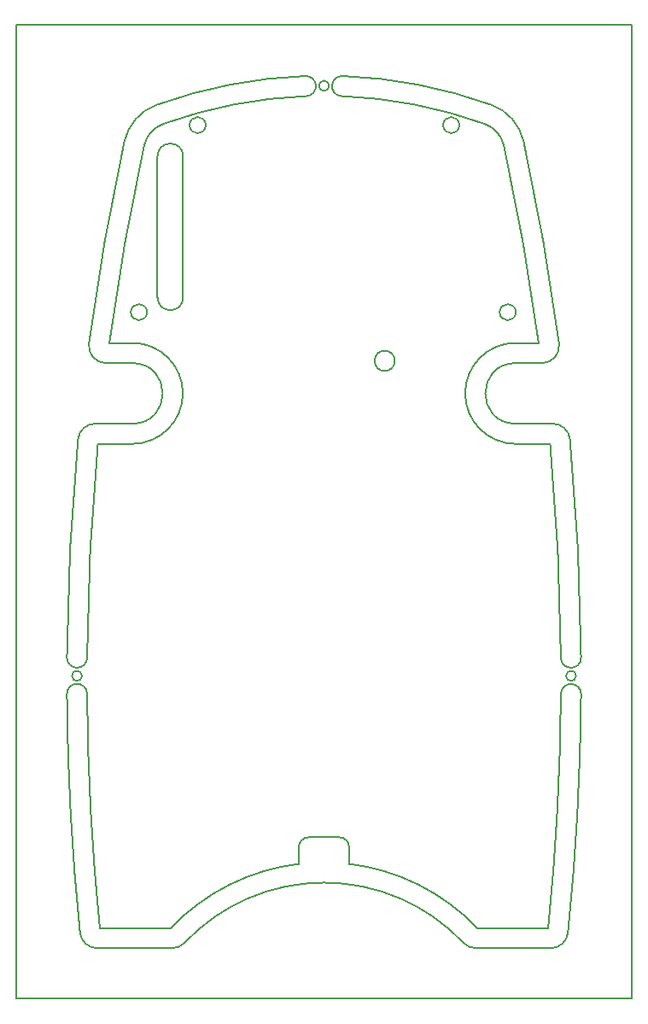
<source format=gbr>
%TF.GenerationSoftware,KiCad,Pcbnew,(5.0.1)-4*%
%TF.CreationDate,2019-03-28T09:30:10+01:00*%
%TF.ProjectId,Funk-Schaltsteckdose,46756E6B2D536368616C74737465636B,rev?*%
%TF.SameCoordinates,Original*%
%TF.FileFunction,Paste,Top*%
%TF.FilePolarity,Positive*%
%FSLAX46Y46*%
G04 Gerber Fmt 4.6, Leading zero omitted, Abs format (unit mm)*
G04 Created by KiCad (PCBNEW (5.0.1)-4) date 28.03.2019 09:30:10*
%MOMM*%
%LPD*%
G01*
G04 APERTURE LIST*
%ADD10C,0.150000*%
%ADD11C,0.200000*%
G04 APERTURE END LIST*
D10*
X113419000Y-73407000D02*
G75*
G03X113419000Y-73407000I-800000J0D01*
G01*
X88273000Y-73407000D02*
G75*
G03X88273000Y-73407000I-800000J0D01*
G01*
X82447000Y-91949000D02*
G75*
G03X82447000Y-91949000I-800000J0D01*
G01*
X119023000Y-91949000D02*
G75*
G03X119023000Y-91949000I-800000J0D01*
G01*
X107015000Y-96775000D02*
G75*
G03X107015000Y-96775000I-1000000J0D01*
G01*
D11*
X82150901Y-75467983D02*
G75*
G02X84065149Y-73283707I2931366J-638041D01*
G01*
X81000000Y-95000000D02*
G75*
G02X81000000Y-105000000I0J-5000000D01*
G01*
X80196658Y-75042623D02*
G75*
G02X83387070Y-71402163I4885609J-1063401D01*
G01*
X115068543Y-155000001D02*
G75*
G02X113820194Y-154461510I0J1716230D01*
G01*
X122685153Y-103000000D02*
G75*
G02X124393757Y-104554632I0J-1716229D01*
G01*
X74506558Y-129807258D02*
G75*
G02X76506506Y-129792742I999974J7258D01*
G01*
X101762500Y-70533059D02*
G75*
G02X115934851Y-73283707I-1762500J-46966941D01*
G01*
X101837500Y-68534465D02*
G75*
G02X116612930Y-71402163I-1837500J-48965535D01*
G01*
X76506506Y-126207258D02*
G75*
G02X77573182Y-105000000I246993494J-1792742D01*
G01*
X78390001Y-97000000D02*
X81000000Y-97000000D01*
X125493442Y-126192742D02*
G75*
G02X123493494Y-126207258I-999974J-7258D01*
G01*
X76506505Y-126207258D02*
G75*
G02X74506559Y-126192742I-999973J7258D01*
G01*
X75606243Y-104554632D02*
G75*
G02X77314847Y-103000000I1708604J-161597D01*
G01*
X83387070Y-71402163D02*
G75*
G02X98162500Y-68534465I16612930J-46097837D01*
G01*
X97500000Y-145000000D02*
G75*
G02X98500000Y-144000000I1000000J0D01*
G01*
X123493494Y-129792742D02*
G75*
G02X122231561Y-153000000I-246993494J1792742D01*
G01*
X75804972Y-153459248D02*
G75*
G02X74506559Y-129807258I247695028J25459248D01*
G01*
X81000000Y-95000000D02*
X78714380Y-95000000D01*
X122426818Y-105000000D02*
G75*
G02X123493494Y-126207258I-245926818J-23000000D01*
G01*
X119803342Y-75042623D02*
G75*
G02X123311142Y-95056710I-243303342J-52957377D01*
G01*
X98162500Y-68534465D02*
G75*
G02X98237500Y-70533059I37500J-999297D01*
G01*
X81000000Y-97000000D02*
G75*
G02X81000000Y-103000000I0J-3000000D01*
G01*
X76688858Y-95056710D02*
G75*
G02X80196658Y-75042623I246811142J-32943290D01*
G01*
X125493442Y-129807258D02*
G75*
G02X124195028Y-153459249I-248993442J1807258D01*
G01*
X101762500Y-70533059D02*
G75*
G02X101837500Y-68534465I37500J999297D01*
G01*
X77512207Y-155000001D02*
G75*
G02X75804972Y-153459249I0J1716230D01*
G01*
X102500000Y-146649341D02*
G75*
G02X115190458Y-153000000I-2500000J-20850659D01*
G01*
X124195027Y-153459249D02*
G75*
G02X122487793Y-155000000I-1707234J175478D01*
G01*
X116612930Y-71402163D02*
G75*
G02X119803342Y-75042623I-1695197J-4703861D01*
G01*
X86179806Y-154461510D02*
G75*
G02X113820194Y-154461510I13820194J-13038490D01*
G01*
X119000000Y-103000000D02*
G75*
G02X119000000Y-97000000I0J3000000D01*
G01*
X124393757Y-104554632D02*
G75*
G02X125493441Y-126192742I-247893757J-23445368D01*
G01*
X123311141Y-95056710D02*
G75*
G02X121609999Y-97000000I-1701142J-227061D01*
G01*
X115934851Y-73283707D02*
G75*
G02X117849098Y-75467983I-1017118J-2822317D01*
G01*
X74506559Y-126192742D02*
G75*
G02X75606243Y-104554632I248993441J-1807258D01*
G01*
X123493495Y-129792742D02*
G75*
G02X125493441Y-129807258I999973J-7258D01*
G01*
X78390001Y-97000001D02*
G75*
G02X76688858Y-95056710I0J1716230D01*
G01*
X81000000Y-103000000D02*
X77314847Y-103000000D01*
X78714380Y-95000000D02*
G75*
G02X82150902Y-75467983I244785620J-33000000D01*
G01*
X101500000Y-144000000D02*
G75*
G02X102500000Y-145000000I0J-1000000D01*
G01*
X84809542Y-153000000D02*
G75*
G02X97500000Y-146649341I15190458J-14500000D01*
G01*
X86179805Y-154461510D02*
G75*
G02X84931457Y-155000000I-1248348J1177739D01*
G01*
X84065149Y-73283707D02*
G75*
G02X98237500Y-70533059I15934851J-44216293D01*
G01*
X119000000Y-105000000D02*
G75*
G02X119000000Y-95000000I0J5000000D01*
G01*
X77573182Y-105000000D02*
X81000000Y-105000000D01*
X117849098Y-75467983D02*
G75*
G02X121285620Y-95000000I-241349098J-52532017D01*
G01*
X77768439Y-153000000D02*
G75*
G02X76506506Y-129792742I245731561J25000000D01*
G01*
X97500000Y-145000000D02*
X97500000Y-146649341D01*
X101500000Y-144000000D02*
X98500000Y-144000000D01*
X102500000Y-146649341D02*
X102500000Y-145000000D01*
X119000000Y-97000000D02*
X121609999Y-97000000D01*
X69500000Y-63500000D02*
X69500000Y-160000000D01*
X69500000Y-160000000D02*
X130500000Y-160000000D01*
X76000000Y-128000000D02*
G75*
G03X76000000Y-128000000I-500000J0D01*
G01*
X77512207Y-155000000D02*
X84931457Y-155000000D01*
X119000000Y-105000000D02*
X122426818Y-105000000D01*
X122231561Y-153000000D02*
X115190458Y-153000000D01*
X115068543Y-155000000D02*
X122487793Y-155000000D01*
X84809542Y-153000000D02*
X77768439Y-153000000D01*
X130500000Y-160000000D02*
X130500000Y-63500000D01*
X121285620Y-95000000D02*
X119000000Y-95000000D01*
X122685153Y-103000000D02*
X119000000Y-103000000D01*
X130500000Y-63500000D02*
X69500000Y-63500000D01*
X125000000Y-128000000D02*
G75*
G03X125000000Y-128000000I-500000J0D01*
G01*
X100500000Y-69500000D02*
G75*
G03X100500000Y-69500000I-500000J0D01*
G01*
D10*
X83490000Y-76505000D02*
G75*
G02X86030000Y-76505000I1270000J0D01*
G01*
X86030000Y-90475000D02*
G75*
G02X83490000Y-90475000I-1270000J0D01*
G01*
X86030000Y-90475000D02*
X86030000Y-76505000D01*
X83490000Y-76505000D02*
X83490000Y-90475000D01*
M02*

</source>
